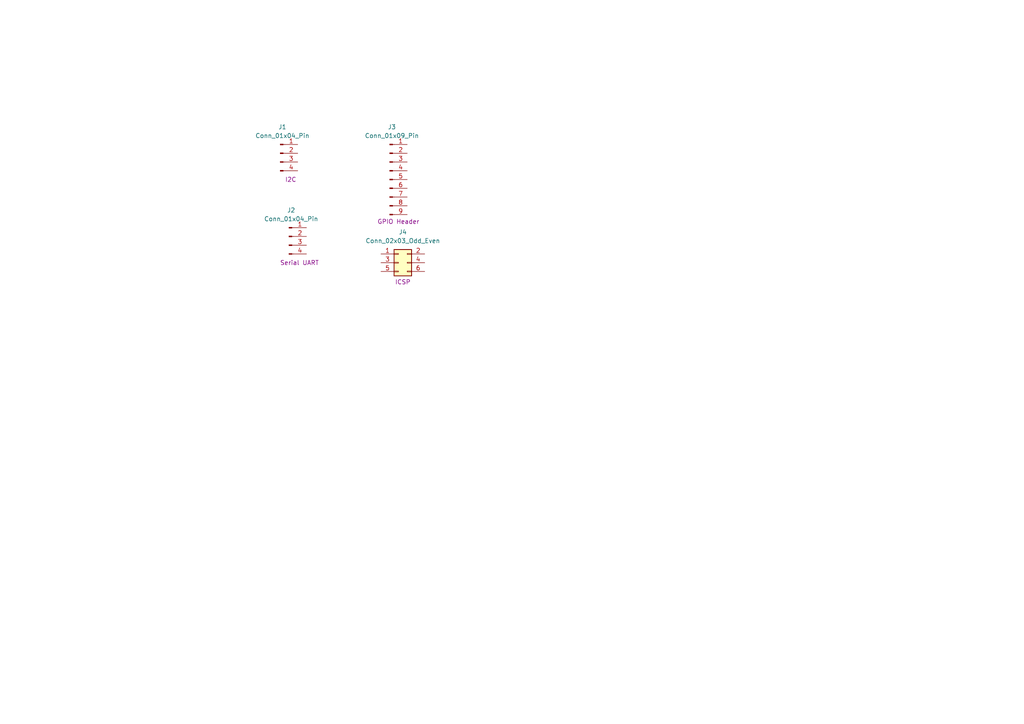
<source format=kicad_sch>
(kicad_sch (version 20250114) (generator "eeschema") (generator_version "9.0")
  (paper "A4")
  (lib_symbols
    (symbol "Connector:Conn_01x04_Pin" (pin_names (offset 1.016) (hide yes))
      (property "Reference" "J" (at 0 5.08 0))
      (property "Value" "Conn_01x04_Pin" (at 0 -7.62 0))
      (symbol "Conn_01x04_Pin_1_1"
        (rectangle (start 0.8636 2.667) (end 0 2.413) (stroke (width 0.1524)) (fill (type outline)))
        (rectangle (start 0.8636 0.127) (end 0 -0.127) (stroke (width 0.1524)) (fill (type outline)))
        (rectangle (start 0.8636 -2.413) (end 0 -2.667) (stroke (width 0.1524)) (fill (type outline)))
        (rectangle (start 0.8636 -4.953) (end 0 -5.207) (stroke (width 0.1524)) (fill (type outline)))
        (polyline (pts (xy 1.27 2.54) (xy 0.8636 2.54)) (stroke (width 0.1524)))
        (polyline (pts (xy 1.27 0) (xy 0.8636 0)) (stroke (width 0.1524)))
        (polyline (pts (xy 1.27 -2.54) (xy 0.8636 -2.54)) (stroke (width 0.1524)))
        (polyline (pts (xy 1.27 -5.08) (xy 0.8636 -5.08)) (stroke (width 0.1524)))
        (pin passive line (at 5.08 2.54 180) (length 3.81) (name "Pin_1") (number "1"))
        (pin passive line (at 5.08 0 180) (length 3.81) (name "Pin_2") (number "2"))
        (pin passive line (at 5.08 -2.54 180) (length 3.81) (name "Pin_3") (number "3"))
        (pin passive line (at 5.08 -5.08 180) (length 3.81) (name "Pin_4") (number "4"))
      )
    )
    (symbol "Connector:Conn_01x09_Pin" (pin_names (offset 1.016) (hide yes))
      (property "Reference" "J" (at 0 12.7 0))
      (property "Value" "Conn_01x09_Pin" (at 0 -12.7 0))
      (symbol "Conn_01x09_Pin_1_1"
        (rectangle (start 0.8636 10.287) (end 0 10.033) (stroke (width 0.1524)) (fill (type outline)))
        (rectangle (start 0.8636 7.747) (end 0 7.493) (stroke (width 0.1524)) (fill (type outline)))
        (rectangle (start 0.8636 5.207) (end 0 4.953) (stroke (width 0.1524)) (fill (type outline)))
        (rectangle (start 0.8636 2.667) (end 0 2.413) (stroke (width 0.1524)) (fill (type outline)))
        (rectangle (start 0.8636 0.127) (end 0 -0.127) (stroke (width 0.1524)) (fill (type outline)))
        (rectangle (start 0.8636 -2.413) (end 0 -2.667) (stroke (width 0.1524)) (fill (type outline)))
        (rectangle (start 0.8636 -4.953) (end 0 -5.207) (stroke (width 0.1524)) (fill (type outline)))
        (rectangle (start 0.8636 -7.493) (end 0 -7.747) (stroke (width 0.1524)) (fill (type outline)))
        (rectangle (start 0.8636 -10.033) (end 0 -10.287) (stroke (width 0.1524)) (fill (type outline)))
        (polyline (pts (xy 1.27 10.16) (xy 0.8636 10.16)) (stroke (width 0.1524)))
        (polyline (pts (xy 1.27 7.62) (xy 0.8636 7.62)) (stroke (width 0.1524)))
        (polyline (pts (xy 1.27 5.08) (xy 0.8636 5.08)) (stroke (width 0.1524)))
        (polyline (pts (xy 1.27 2.54) (xy 0.8636 2.54)) (stroke (width 0.1524)))
        (polyline (pts (xy 1.27 0) (xy 0.8636 0)) (stroke (width 0.1524)))
        (polyline (pts (xy 1.27 -2.54) (xy 0.8636 -2.54)) (stroke (width 0.1524)))
        (polyline (pts (xy 1.27 -5.08) (xy 0.8636 -5.08)) (stroke (width 0.1524)))
        (polyline (pts (xy 1.27 -7.62) (xy 0.8636 -7.62)) (stroke (width 0.1524)))
        (polyline (pts (xy 1.27 -10.16) (xy 0.8636 -10.16)) (stroke (width 0.1524)))
        (pin passive line (at 5.08 10.16 180) (length 3.81) (name "Pin_1") (number "1"))
        (pin passive line (at 5.08 7.62 180) (length 3.81) (name "Pin_2") (number "2"))
        (pin passive line (at 5.08 5.08 180) (length 3.81) (name "Pin_3") (number "3"))
        (pin passive line (at 5.08 2.54 180) (length 3.81) (name "Pin_4") (number "4"))
        (pin passive line (at 5.08 0 180) (length 3.81) (name "Pin_5") (number "5"))
        (pin passive line (at 5.08 -2.54 180) (length 3.81) (name "Pin_6") (number "6"))
        (pin passive line (at 5.08 -5.08 180) (length 3.81) (name "Pin_7") (number "7"))
        (pin passive line (at 5.08 -7.62 180) (length 3.81) (name "Pin_8") (number "8"))
        (pin passive line (at 5.08 -10.16 180) (length 3.81) (name "Pin_9") (number "9"))
      )
    )
    (symbol "Connector_Generic:Conn_02x03_Odd_Even" (pin_names (offset 1.016) (hide yes))
      (property "Reference" "J" (at 1.27 5.08 0))
      (property "Value" "Conn_02x03_Odd_Even" (at 1.27 -5.08 0))
      (symbol "Conn_02x03_Odd_Even_1_1"
        (rectangle (start -1.27 3.81) (end 3.81 -3.81) (stroke (width 0.254)) (fill (type background)))
        (rectangle (start -1.27 2.667) (end 0 2.413) (stroke (width 0.1524)))
        (rectangle (start -1.27 0.127) (end 0 -0.127) (stroke (width 0.1524)))
        (rectangle (start -1.27 -2.413) (end 0 -2.667) (stroke (width 0.1524)))
        (rectangle (start 3.81 2.667) (end 2.54 2.413) (stroke (width 0.1524)))
        (rectangle (start 3.81 0.127) (end 2.54 -0.127) (stroke (width 0.1524)))
        (rectangle (start 3.81 -2.413) (end 2.54 -2.667) (stroke (width 0.1524)))
        (pin passive line (at -5.08 2.54 0) (length 3.81) (name "Pin_1") (number "1"))
        (pin passive line (at -5.08 0 0) (length 3.81) (name "Pin_3") (number "3"))
        (pin passive line (at -5.08 -2.54 0) (length 3.81) (name "Pin_5") (number "5"))
        (pin passive line (at 7.62 2.54 180) (length 3.81) (name "Pin_2") (number "2"))
        (pin passive line (at 7.62 0 180) (length 3.81) (name "Pin_4") (number "4"))
        (pin passive line (at 7.62 -2.54 180) (length 3.81) (name "Pin_6") (number "6"))
      )
    )
  )
  (symbol (lib_id "Connector:Conn_01x09_Pin") (at 113.03 52.07 0) (unit 1)
    (property "Reference" "J3" (at 113.665 36.83 0))
    (property "Value" "Conn_01x09_Pin" (at 113.665 39.37 0))
    (property "Description" "Generic connector, single row, 01x09, script generated" (effects (hide yes)))
    (property "purpose" "GPIO Header" (at 115.57 64.262 0))
  )
  (symbol (lib_id "Connector:Conn_01x04_Pin") (at 83.82 68.58 0) (unit 1)
    (property "Reference" "J2" (at 84.455 60.96 0))
    (property "Value" "Conn_01x04_Pin" (at 84.455 63.5 0))
    (property "Description" "Generic connector, single row, 01x04, script generated" (effects (hide yes)))
    (property "purpose" "Serial UART" (at 86.868 76.2 0))
  )
  (symbol (lib_id "Connector_Generic:Conn_02x03_Odd_Even") (at 115.57 76.2 0) (unit 1)
    (property "Reference" "J4" (at 116.84 67.31 0))
    (property "Value" "Conn_02x03_Odd_Even" (at 116.84 69.85 0))
    (property "Description" "Generic connector, double row, 02x03, odd/even pin numbering scheme (row 1 odd numbers, row 2 even numbers), script generated (kicad-library-utils/schlib/autogen/connector/)" (effects (hide yes)))
    (property "purpose" "ICSP" (at 116.84 81.788 0))
  )
  (symbol (lib_id "Connector:Conn_01x04_Pin") (at 81.28 44.45 0) (unit 1)
    (property "Reference" "J1" (at 81.915 36.83 0))
    (property "Value" "Conn_01x04_Pin" (at 81.915 39.37 0))
    (property "Description" "Generic connector, single row, 01x04, script generated" (effects (hide yes)))
    (property "purpose" "I2C" (at 84.328 52.07 0))
  )
)
</source>
